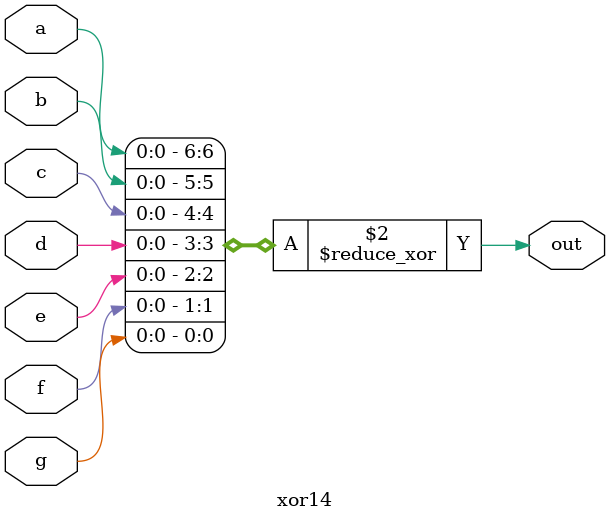
<source format=v>
module xor14 (
  input a,
  input b,
  input c,
  input d,
  input e,
  input f,
  input g,
  output reg out
);

    always @(*) begin
        out = (^{a,b,c,d,e,f,g}); // XNOR using built-in operator
    end
    
    
endmodule

</source>
